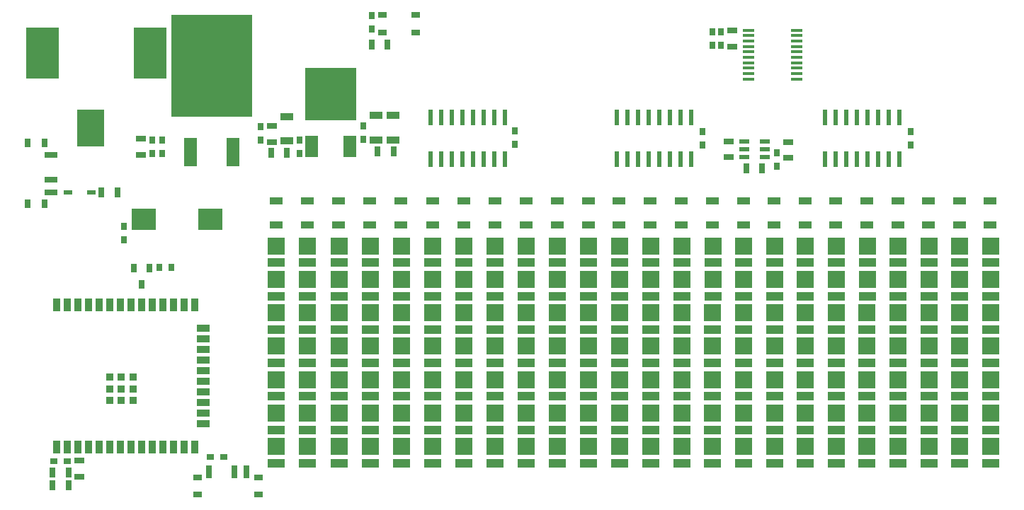
<source format=gtp>
G04*
G04 #@! TF.GenerationSoftware,Altium Limited,Altium Designer,22.7.1 (60)*
G04*
G04 Layer_Color=8421504*
%FSLAX25Y25*%
%MOIN*%
G70*
G04*
G04 #@! TF.SameCoordinates,EB09720E-E5E6-4C8F-983A-54733B733D7F*
G04*
G04*
G04 #@! TF.FilePolarity,Positive*
G04*
G01*
G75*
%ADD12R,0.06299X0.03543*%
%ADD13R,0.05118X0.02756*%
%ADD14R,0.02756X0.05118*%
%ADD15R,0.03100X0.03800*%
%ADD16R,0.03800X0.03100*%
%ADD17R,0.08268X0.08268*%
%ADD18R,0.08268X0.03937*%
%ADD19R,0.04134X0.02165*%
%ADD20R,0.03543X0.05906*%
%ADD21R,0.05906X0.03543*%
%ADD22R,0.03543X0.03543*%
%ADD23R,0.05315X0.01575*%
%ADD24R,0.02362X0.07756*%
%ADD25R,0.03937X0.02756*%
%ADD26R,0.24016X0.24803*%
%ADD27R,0.04764X0.02284*%
%ADD28R,0.38386X0.48031*%
%ADD29R,0.15354X0.24410*%
%ADD30R,0.03150X0.04331*%
%ADD31R,0.05906X0.02756*%
%ADD32R,0.03150X0.03937*%
%ADD33R,0.05906X0.10236*%
%ADD34R,0.06299X0.13780*%
%ADD35R,0.03937X0.03150*%
%ADD36R,0.02756X0.05906*%
%ADD37R,0.12992X0.17323*%
%ADD38R,0.11811X0.09843*%
%ADD39R,0.02756X0.03543*%
D12*
X168307Y182776D02*
D03*
Y171358D02*
D03*
X176307Y182776D02*
D03*
X126331Y182293D02*
D03*
Y170876D02*
D03*
X176307Y171358D02*
D03*
X457405Y131201D02*
D03*
Y142618D02*
D03*
X442875Y131201D02*
D03*
Y142618D02*
D03*
X428346Y131201D02*
D03*
Y142618D02*
D03*
X413817Y131201D02*
D03*
Y142618D02*
D03*
X399287Y131201D02*
D03*
Y142618D02*
D03*
X384758Y131201D02*
D03*
Y142618D02*
D03*
X370228Y131201D02*
D03*
Y142618D02*
D03*
X355699Y131201D02*
D03*
Y142618D02*
D03*
X341170Y131201D02*
D03*
Y142618D02*
D03*
X326640Y131201D02*
D03*
Y142618D02*
D03*
X312012Y131201D02*
D03*
Y142618D02*
D03*
X297385Y131201D02*
D03*
Y142618D02*
D03*
X282757Y131201D02*
D03*
Y142618D02*
D03*
X268129Y131201D02*
D03*
Y142618D02*
D03*
X253501Y131201D02*
D03*
Y142618D02*
D03*
X238873Y131201D02*
D03*
Y142618D02*
D03*
X224245Y131201D02*
D03*
Y142618D02*
D03*
X209519Y131201D02*
D03*
Y142618D02*
D03*
X194793Y131201D02*
D03*
Y142618D02*
D03*
X180067Y131201D02*
D03*
Y142618D02*
D03*
X165340Y131201D02*
D03*
Y142618D02*
D03*
X150614Y131201D02*
D03*
Y142618D02*
D03*
X135888Y131201D02*
D03*
Y142618D02*
D03*
X121161Y131201D02*
D03*
Y142618D02*
D03*
D13*
X57579Y171907D02*
D03*
Y164427D02*
D03*
X119193Y177854D02*
D03*
Y170374D02*
D03*
X335827Y222835D02*
D03*
Y215354D02*
D03*
X28756Y12752D02*
D03*
Y20232D02*
D03*
X362256Y170354D02*
D03*
Y162874D02*
D03*
X334252Y170669D02*
D03*
Y163189D02*
D03*
D14*
X16016Y8492D02*
D03*
X23496D02*
D03*
X16016Y14492D02*
D03*
X23496D02*
D03*
X176472Y166067D02*
D03*
X168992D02*
D03*
X126279Y165354D02*
D03*
X118799D02*
D03*
X342571Y157953D02*
D03*
X350051D02*
D03*
X38999Y146555D02*
D03*
X46479D02*
D03*
X166189Y216138D02*
D03*
X173669D02*
D03*
D15*
X63079Y171317D02*
D03*
Y165017D02*
D03*
X67579Y171317D02*
D03*
Y165017D02*
D03*
X113831Y177526D02*
D03*
Y171226D02*
D03*
X132185Y171260D02*
D03*
Y164960D02*
D03*
X162307Y177867D02*
D03*
Y171567D02*
D03*
X330709Y222147D02*
D03*
Y215846D02*
D03*
X326476Y222147D02*
D03*
Y215846D02*
D03*
X166189Y229788D02*
D03*
Y223488D02*
D03*
X49595Y130520D02*
D03*
Y124220D02*
D03*
X419882Y168996D02*
D03*
Y175296D02*
D03*
X357039Y165236D02*
D03*
Y158936D02*
D03*
X321850Y168996D02*
D03*
Y175296D02*
D03*
X233760Y169193D02*
D03*
Y175493D02*
D03*
D16*
X96457Y22047D02*
D03*
X90157D02*
D03*
X16606Y19992D02*
D03*
X22906D02*
D03*
D17*
X121358Y121358D02*
D03*
Y105610D02*
D03*
Y89862D02*
D03*
Y74114D02*
D03*
Y58366D02*
D03*
Y42618D02*
D03*
Y26870D02*
D03*
X136084Y121358D02*
D03*
Y105610D02*
D03*
X136071Y89862D02*
D03*
Y74114D02*
D03*
Y58366D02*
D03*
Y42618D02*
D03*
Y26870D02*
D03*
X150811Y121358D02*
D03*
Y105610D02*
D03*
X150783Y89862D02*
D03*
Y74114D02*
D03*
Y58366D02*
D03*
Y42618D02*
D03*
Y26870D02*
D03*
X165537Y121358D02*
D03*
Y105610D02*
D03*
X165496Y89862D02*
D03*
Y74114D02*
D03*
Y58366D02*
D03*
Y42618D02*
D03*
Y26870D02*
D03*
X180263Y121358D02*
D03*
Y105610D02*
D03*
X180208Y89862D02*
D03*
Y74114D02*
D03*
Y58366D02*
D03*
Y42618D02*
D03*
Y26870D02*
D03*
X194990Y121358D02*
D03*
Y105610D02*
D03*
X194920Y89862D02*
D03*
Y74114D02*
D03*
Y58366D02*
D03*
Y42618D02*
D03*
Y26870D02*
D03*
X209716Y121358D02*
D03*
Y105610D02*
D03*
X209633Y89862D02*
D03*
Y74114D02*
D03*
Y58366D02*
D03*
Y42618D02*
D03*
Y26870D02*
D03*
X224442Y121358D02*
D03*
Y105610D02*
D03*
X224345Y89862D02*
D03*
Y74114D02*
D03*
Y58366D02*
D03*
Y42618D02*
D03*
Y26870D02*
D03*
X239070Y121358D02*
D03*
Y105610D02*
D03*
X239057Y89862D02*
D03*
Y74114D02*
D03*
Y58366D02*
D03*
Y42618D02*
D03*
Y26870D02*
D03*
X253698Y121358D02*
D03*
Y105610D02*
D03*
X253671Y89862D02*
D03*
Y74114D02*
D03*
Y58366D02*
D03*
Y42618D02*
D03*
Y26870D02*
D03*
X268326Y121358D02*
D03*
Y105610D02*
D03*
X268285Y89862D02*
D03*
Y74114D02*
D03*
Y58366D02*
D03*
Y42618D02*
D03*
Y26870D02*
D03*
X282954Y121358D02*
D03*
Y105610D02*
D03*
X282899Y89862D02*
D03*
Y74114D02*
D03*
Y58366D02*
D03*
Y42618D02*
D03*
Y26870D02*
D03*
X297581Y121358D02*
D03*
Y105610D02*
D03*
X297513Y89862D02*
D03*
Y74114D02*
D03*
Y58366D02*
D03*
Y42618D02*
D03*
Y26870D02*
D03*
X312209Y121358D02*
D03*
Y105610D02*
D03*
X312127Y89862D02*
D03*
Y74114D02*
D03*
Y58366D02*
D03*
Y42618D02*
D03*
Y26870D02*
D03*
X326837Y121358D02*
D03*
Y105610D02*
D03*
X326741Y89862D02*
D03*
Y74114D02*
D03*
Y58366D02*
D03*
Y42618D02*
D03*
Y26870D02*
D03*
X341366Y121358D02*
D03*
Y105610D02*
D03*
X341355Y89862D02*
D03*
Y74114D02*
D03*
Y58366D02*
D03*
Y42618D02*
D03*
Y26870D02*
D03*
X355896Y121358D02*
D03*
Y105610D02*
D03*
X355871Y89862D02*
D03*
Y74114D02*
D03*
Y58366D02*
D03*
Y42618D02*
D03*
Y26870D02*
D03*
X370425Y121358D02*
D03*
Y105610D02*
D03*
X370386Y89862D02*
D03*
Y74114D02*
D03*
Y58366D02*
D03*
Y42618D02*
D03*
Y26870D02*
D03*
X384955Y121358D02*
D03*
Y105610D02*
D03*
X384902Y89862D02*
D03*
Y74114D02*
D03*
Y58366D02*
D03*
Y42618D02*
D03*
Y26870D02*
D03*
X399484Y121358D02*
D03*
Y105610D02*
D03*
X399417Y89862D02*
D03*
Y74114D02*
D03*
Y58366D02*
D03*
Y42618D02*
D03*
Y26870D02*
D03*
X414013Y121358D02*
D03*
Y105610D02*
D03*
X413933Y89862D02*
D03*
Y74114D02*
D03*
Y58366D02*
D03*
Y42618D02*
D03*
Y26870D02*
D03*
X428543Y121358D02*
D03*
Y105610D02*
D03*
X428448Y89862D02*
D03*
Y74114D02*
D03*
Y58366D02*
D03*
Y42618D02*
D03*
Y26870D02*
D03*
X443072Y121358D02*
D03*
Y105610D02*
D03*
X442964Y89862D02*
D03*
Y74114D02*
D03*
Y58366D02*
D03*
Y42618D02*
D03*
Y26870D02*
D03*
X457602Y121358D02*
D03*
Y105610D02*
D03*
X457480Y89862D02*
D03*
Y74114D02*
D03*
Y58366D02*
D03*
Y42618D02*
D03*
Y26870D02*
D03*
D18*
X121358Y113484D02*
D03*
Y97736D02*
D03*
Y81988D02*
D03*
Y66240D02*
D03*
Y50492D02*
D03*
Y34744D02*
D03*
Y18996D02*
D03*
X136084Y113484D02*
D03*
Y97736D02*
D03*
X136071Y81988D02*
D03*
Y66240D02*
D03*
Y50492D02*
D03*
Y34744D02*
D03*
Y18996D02*
D03*
X150811Y113484D02*
D03*
Y97736D02*
D03*
X150783Y81988D02*
D03*
Y66240D02*
D03*
Y50492D02*
D03*
Y34744D02*
D03*
Y18996D02*
D03*
X165537Y113484D02*
D03*
Y97736D02*
D03*
X165496Y81988D02*
D03*
Y66240D02*
D03*
Y50492D02*
D03*
Y34744D02*
D03*
Y18996D02*
D03*
X180263Y113484D02*
D03*
Y97736D02*
D03*
X180208Y81988D02*
D03*
Y66240D02*
D03*
Y50492D02*
D03*
Y34744D02*
D03*
Y18996D02*
D03*
X194990Y113484D02*
D03*
Y97736D02*
D03*
X194920Y81988D02*
D03*
Y66240D02*
D03*
Y50492D02*
D03*
Y34744D02*
D03*
Y18996D02*
D03*
X209716Y113484D02*
D03*
Y97736D02*
D03*
X209633Y81988D02*
D03*
Y66240D02*
D03*
Y50492D02*
D03*
Y34744D02*
D03*
Y18996D02*
D03*
X224442Y113484D02*
D03*
Y97736D02*
D03*
X224345Y81988D02*
D03*
Y66240D02*
D03*
Y50492D02*
D03*
Y34744D02*
D03*
Y18996D02*
D03*
X239070Y113484D02*
D03*
Y97736D02*
D03*
X239057Y81988D02*
D03*
Y66240D02*
D03*
Y50492D02*
D03*
Y34744D02*
D03*
Y18996D02*
D03*
X253698Y113484D02*
D03*
Y97736D02*
D03*
X253671Y81988D02*
D03*
Y66240D02*
D03*
Y50492D02*
D03*
Y34744D02*
D03*
Y18996D02*
D03*
X268326Y113484D02*
D03*
Y97736D02*
D03*
X268285Y81988D02*
D03*
Y66240D02*
D03*
Y50492D02*
D03*
Y34744D02*
D03*
Y18996D02*
D03*
X282954Y113484D02*
D03*
Y97736D02*
D03*
X282899Y81988D02*
D03*
Y66240D02*
D03*
Y50492D02*
D03*
Y34744D02*
D03*
Y18996D02*
D03*
X297581Y113484D02*
D03*
Y97736D02*
D03*
X297513Y81988D02*
D03*
Y66240D02*
D03*
Y50492D02*
D03*
Y34744D02*
D03*
Y18996D02*
D03*
X312209Y113484D02*
D03*
Y97736D02*
D03*
X312127Y81988D02*
D03*
Y66240D02*
D03*
Y50492D02*
D03*
Y34744D02*
D03*
Y18996D02*
D03*
X326837Y113484D02*
D03*
Y97736D02*
D03*
X326741Y81988D02*
D03*
Y66240D02*
D03*
Y50492D02*
D03*
Y34744D02*
D03*
Y18996D02*
D03*
X341366Y113484D02*
D03*
Y97736D02*
D03*
X341355Y81988D02*
D03*
Y66240D02*
D03*
Y50492D02*
D03*
Y34744D02*
D03*
Y18996D02*
D03*
X355896Y113484D02*
D03*
Y97736D02*
D03*
X355871Y81988D02*
D03*
Y66240D02*
D03*
Y50492D02*
D03*
Y34744D02*
D03*
Y18996D02*
D03*
X370425Y113484D02*
D03*
Y97736D02*
D03*
X370386Y81988D02*
D03*
Y66240D02*
D03*
Y50492D02*
D03*
Y34744D02*
D03*
Y18996D02*
D03*
X384955Y113484D02*
D03*
Y97736D02*
D03*
X384902Y81988D02*
D03*
Y66240D02*
D03*
Y50492D02*
D03*
Y34744D02*
D03*
Y18996D02*
D03*
X399484Y113484D02*
D03*
Y97736D02*
D03*
X399417Y81988D02*
D03*
Y66240D02*
D03*
Y50492D02*
D03*
Y34744D02*
D03*
Y18996D02*
D03*
X414013Y113484D02*
D03*
Y97736D02*
D03*
X413933Y81988D02*
D03*
Y66240D02*
D03*
Y50492D02*
D03*
Y34744D02*
D03*
Y18996D02*
D03*
X428543Y113484D02*
D03*
Y97736D02*
D03*
X428448Y81988D02*
D03*
Y66240D02*
D03*
Y50492D02*
D03*
Y34744D02*
D03*
Y18996D02*
D03*
X443072Y113484D02*
D03*
Y97736D02*
D03*
X442964Y81988D02*
D03*
Y66240D02*
D03*
Y50492D02*
D03*
Y34744D02*
D03*
Y18996D02*
D03*
X457602Y113484D02*
D03*
Y97736D02*
D03*
X457480Y81988D02*
D03*
Y66240D02*
D03*
Y50492D02*
D03*
Y34744D02*
D03*
Y18996D02*
D03*
D19*
X34373Y146752D02*
D03*
X23349D02*
D03*
D20*
X17992Y93457D02*
D03*
X22992D02*
D03*
X27992D02*
D03*
X32992D02*
D03*
X37992D02*
D03*
X42992D02*
D03*
X47992D02*
D03*
X52992D02*
D03*
X57992D02*
D03*
X62992D02*
D03*
X67992D02*
D03*
X72992D02*
D03*
X77992D02*
D03*
X82992D02*
D03*
Y26528D02*
D03*
X77992D02*
D03*
X72992D02*
D03*
X67992D02*
D03*
X62992D02*
D03*
X57992D02*
D03*
X52992D02*
D03*
X47992D02*
D03*
X42992D02*
D03*
X37992D02*
D03*
X32992D02*
D03*
X27992D02*
D03*
X22992D02*
D03*
X17992D02*
D03*
D21*
X86929Y82492D02*
D03*
Y77492D02*
D03*
Y72492D02*
D03*
Y67492D02*
D03*
Y62492D02*
D03*
Y57492D02*
D03*
Y52492D02*
D03*
Y47492D02*
D03*
Y42492D02*
D03*
Y37492D02*
D03*
D22*
X48346Y54048D02*
D03*
X42835D02*
D03*
X48346Y48536D02*
D03*
X53858Y54048D02*
D03*
X42835Y48536D02*
D03*
X53858D02*
D03*
X42835Y59559D02*
D03*
X53858D02*
D03*
X48346D02*
D03*
D23*
X343602Y212795D02*
D03*
Y223031D02*
D03*
Y220472D02*
D03*
Y217913D02*
D03*
Y215354D02*
D03*
Y210236D02*
D03*
Y207677D02*
D03*
Y205118D02*
D03*
Y202559D02*
D03*
Y200000D02*
D03*
X366240D02*
D03*
Y202559D02*
D03*
Y205118D02*
D03*
Y207677D02*
D03*
Y210236D02*
D03*
Y212795D02*
D03*
Y215354D02*
D03*
Y217913D02*
D03*
Y220472D02*
D03*
Y223031D02*
D03*
D24*
X394654Y181890D02*
D03*
X296470D02*
D03*
X208819Y181890D02*
D03*
X414654Y162402D02*
D03*
X316471D02*
D03*
X228819Y162402D02*
D03*
X193819D02*
D03*
X198819D02*
D03*
X203819D02*
D03*
X208819D02*
D03*
X213819D02*
D03*
X218819D02*
D03*
X223819D02*
D03*
X228819Y181890D02*
D03*
X223819D02*
D03*
X218819D02*
D03*
X213819D02*
D03*
X203819D02*
D03*
X198819D02*
D03*
X193819D02*
D03*
X379654Y162402D02*
D03*
X384654D02*
D03*
X389654D02*
D03*
X394654D02*
D03*
X399654D02*
D03*
X404654D02*
D03*
X409654D02*
D03*
X414654Y181890D02*
D03*
X409654D02*
D03*
X404654D02*
D03*
X399654D02*
D03*
X389654D02*
D03*
X384654D02*
D03*
X379654D02*
D03*
X281470Y162402D02*
D03*
X286471D02*
D03*
X291471D02*
D03*
X296470D02*
D03*
X301470D02*
D03*
X306470D02*
D03*
X311471D02*
D03*
X316471Y181890D02*
D03*
X311471D02*
D03*
X306470D02*
D03*
X301470D02*
D03*
X291471D02*
D03*
X286471D02*
D03*
X281470D02*
D03*
D25*
X171315Y230370D02*
D03*
X187063D02*
D03*
Y221905D02*
D03*
X171315D02*
D03*
D26*
X146866Y192807D02*
D03*
D27*
X351378Y166969D02*
D03*
X341496D02*
D03*
X351378Y163228D02*
D03*
Y170709D02*
D03*
X341496Y163228D02*
D03*
Y170709D02*
D03*
D28*
X90996Y206102D02*
D03*
D29*
X62008Y212205D02*
D03*
X11220D02*
D03*
D30*
X54134Y110827D02*
D03*
X57874Y103386D02*
D03*
X61614Y110827D02*
D03*
D31*
X15157Y164370D02*
D03*
Y152559D02*
D03*
Y146653D02*
D03*
D32*
X12205Y141142D02*
D03*
Y169882D02*
D03*
X4331Y141142D02*
D03*
Y169882D02*
D03*
D33*
X155866Y168201D02*
D03*
X137866D02*
D03*
D34*
X80996Y165650D02*
D03*
X100996D02*
D03*
D35*
X84153Y4232D02*
D03*
X112894D02*
D03*
X84153Y12106D02*
D03*
X112894D02*
D03*
D36*
X107382Y15059D02*
D03*
X101476D02*
D03*
X89665D02*
D03*
D37*
X34055Y176969D02*
D03*
D38*
X58846Y133870D02*
D03*
X90342D02*
D03*
D39*
X66142Y111319D02*
D03*
X72047D02*
D03*
M02*

</source>
